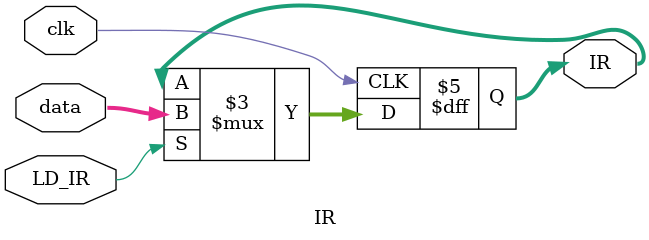
<source format=v>
module IR(
    input wire clk,
    input wire LD_IR,
    input wire [15:0]data,
    output reg [15:0]IR
);

    initial begin
        IR <= 0;
    end

    always @ (posedge clk) begin
        if (LD_IR) begin
            IR <= data;
        end
    end
endmodule

</source>
